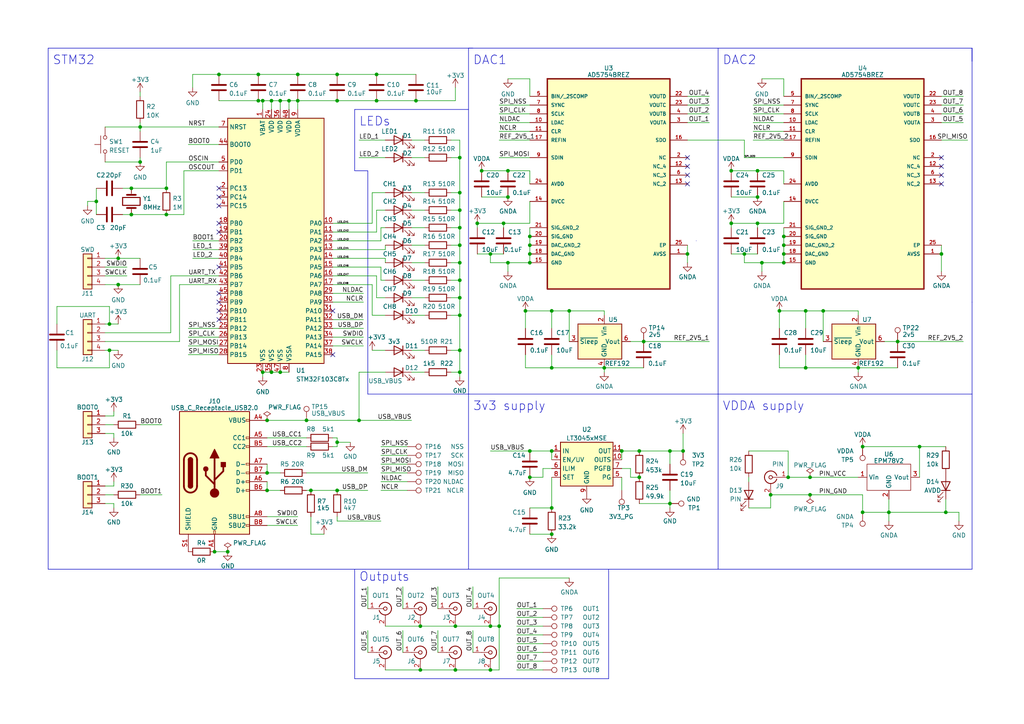
<source format=kicad_sch>
(kicad_sch (version 20230121) (generator eeschema)
  (paper "A4")
  (title_block (title "Photonic control curcuit") (date "2023-03-21") (rev "0.1"))
  (junction (at 274.32 148.59))
  (junction (at 38.1 62.23))
  (junction (at 250.19 148.59))
  (junction (at 133.35 66.04))
  (junction (at 133.35 60.96))
  (junction (at 153.67 130.81))
  (junction (at 78.74 107.95))
  (junction (at 104.14 121.92))
  (junction (at 160.02 147.32))
  (junction (at 133.35 55.88))
  (junction (at 77.47 142.24))
  (junction (at 120.65 29.21))
  (junction (at 77.47 121.92))
  (junction (at 38.1 54.61))
  (junction (at 185.42 130.81))
  (junction (at 227.33 73.66))
  (junction (at 160.02 130.81))
  (junction (at 27.94 58.42))
  (junction (at 165.1 90.17))
  (junction (at 48.26 54.61))
  (junction (at 248.92 106.68))
  (junction (at 76.2 107.95))
  (junction (at 133.35 107.95))
  (junction (at 219.71 64.77))
  (junction (at 147.32 76.2))
  (junction (at 153.67 76.2))
  (junction (at 74.93 29.21))
  (junction (at 81.28 29.21))
  (junction (at 121.92 194.31))
  (junction (at 66.04 160.02))
  (junction (at 153.67 68.58))
  (junction (at 48.26 62.23))
  (junction (at 144.78 181.61))
  (junction (at 273.05 73.66))
  (junction (at 238.76 90.17))
  (junction (at 160.02 154.94))
  (junction (at 139.7 49.53))
  (junction (at 121.92 181.61))
  (junction (at 142.24 194.31))
  (junction (at 194.31 130.81))
  (junction (at 34.29 74.93))
  (junction (at 233.68 106.68))
  (junction (at 132.08 194.31))
  (junction (at 219.71 49.53))
  (junction (at 257.81 148.59))
  (junction (at 160.02 106.68))
  (junction (at 223.52 143.51))
  (junction (at 77.47 137.16))
  (junction (at 227.33 71.12))
  (junction (at 78.74 29.21))
  (junction (at 233.68 90.17))
  (junction (at 97.79 142.24))
  (junction (at 220.98 76.2))
  (junction (at 250.19 129.54))
  (junction (at 266.7 129.54))
  (junction (at 234.95 143.51))
  (junction (at 40.64 46.99))
  (junction (at 227.33 68.58))
  (junction (at 160.02 90.17))
  (junction (at 90.17 142.24))
  (junction (at 62.23 160.02))
  (junction (at 194.31 146.05))
  (junction (at 109.22 21.59))
  (junction (at 219.71 57.15))
  (junction (at 175.26 106.68))
  (junction (at 146.05 64.77))
  (junction (at 153.67 71.12))
  (junction (at 133.35 101.6))
  (junction (at 88.9 121.92))
  (junction (at 147.32 49.53))
  (junction (at 74.93 21.59))
  (junction (at 83.82 29.21))
  (junction (at 185.42 138.43))
  (junction (at 31.75 93.98))
  (junction (at 81.28 107.95))
  (junction (at 133.35 76.2))
  (junction (at 97.79 29.21))
  (junction (at 132.08 181.61))
  (junction (at 63.5 21.59))
  (junction (at 152.4 90.17))
  (junction (at 34.29 82.55))
  (junction (at 234.95 138.43))
  (junction (at 142.24 73.66))
  (junction (at 86.36 21.59))
  (junction (at 133.35 71.12))
  (junction (at 153.67 138.43))
  (junction (at 97.79 128.27))
  (junction (at 215.9 73.66))
  (junction (at 133.35 81.28))
  (junction (at 109.22 29.21))
  (junction (at 153.67 73.66))
  (junction (at 186.69 99.06))
  (junction (at 142.24 181.61))
  (junction (at 76.2 29.21))
  (junction (at 212.09 49.53))
  (junction (at 199.39 73.66))
  (junction (at 97.79 21.59))
  (junction (at 40.64 36.83))
  (junction (at 31.75 101.6))
  (junction (at 138.43 64.77))
  (junction (at 260.35 99.06))
  (junction (at 228.6 138.43))
  (junction (at 180.34 130.81))
  (junction (at 133.35 91.44))
  (junction (at 86.36 29.21))
  (junction (at 212.09 64.77))
  (junction (at 198.12 130.81))
  (junction (at 133.35 45.72))
  (junction (at 133.35 86.36))
  (junction (at 227.33 76.2))
  (junction (at 147.32 57.15))
  (junction (at 226.06 90.17))
  (no_connect (at 63.5 64.77))
  (no_connect (at 63.5 59.69))
  (no_connect (at 63.5 77.47))
  (no_connect (at 273.05 48.26))
  (no_connect (at 63.5 90.17))
  (no_connect (at 199.39 45.72))
  (no_connect (at 63.5 54.61))
  (no_connect (at 63.5 57.15))
  (no_connect (at 96.52 90.17))
  (no_connect (at 273.05 53.34))
  (no_connect (at 63.5 67.31))
  (no_connect (at 199.39 53.34))
  (no_connect (at 63.5 92.71))
  (no_connect (at 273.05 45.72))
  (no_connect (at 273.05 50.8))
  (no_connect (at 63.5 85.09))
  (no_connect (at 96.52 102.87))
  (no_connect (at 63.5 87.63))
  (no_connect (at 199.39 50.8))
  (no_connect (at 199.39 48.26))
  (wire (pts (xy 97.79 29.21) (xy 109.22 29.21)))
  (wire (pts (xy 54.61 102.87) (xy 63.5 102.87)))
  (wire (pts (xy 96.52 72.39) (xy 111.76 72.39)))
  (wire (pts (xy 116.84 170.18) (xy 116.84 176.53)))
  (wire (pts (xy 142.24 73.66) (xy 146.05 73.66)))
  (wire (pts (xy 212.09 64.77) (xy 219.71 64.77)))
  (wire (pts (xy 30.48 77.47) (xy 36.83 77.47)))
  (wire (pts (xy 63.5 29.21) (xy 74.93 29.21)))
  (wire (pts (xy 78.74 31.75) (xy 78.74 29.21)))
  (wire (pts (xy 175.26 106.68) (xy 186.69 106.68)))
  (polyline (pts (xy 106.68 114.3) (xy 106.68 49.53)))
  (wire (pts (xy 185.42 146.05) (xy 194.31 146.05)))
  (wire (pts (xy 83.82 29.21) (xy 86.36 29.21)))
  (wire (pts (xy 194.31 147.32) (xy 194.31 146.05)))
  (wire (pts (xy 233.68 90.17) (xy 238.76 90.17)))
  (wire (pts (xy 233.68 106.68) (xy 226.06 106.68)))
  (wire (pts (xy 40.64 123.19) (xy 46.99 123.19)))
  (wire (pts (xy 257.81 148.59) (xy 257.81 144.78)))
  (wire (pts (xy 31.75 93.98) (xy 31.75 88.9)))
  (wire (pts (xy 109.22 21.59) (xy 120.65 21.59)))
  (wire (pts (xy 74.93 29.21) (xy 76.2 29.21)))
  (wire (pts (xy 152.4 90.17) (xy 160.02 90.17)))
  (wire (pts (xy 133.35 86.36) (xy 133.35 91.44)))
  (wire (pts (xy 116.84 182.88) (xy 116.84 189.23)))
  (wire (pts (xy 234.95 138.43) (xy 248.92 138.43)))
  (wire (pts (xy 110.49 66.04) (xy 111.76 66.04)))
  (wire (pts (xy 119.38 60.96) (xy 123.19 60.96)))
  (wire (pts (xy 223.52 143.51) (xy 223.52 147.32)))
  (wire (pts (xy 133.35 66.04) (xy 133.35 60.96)))
  (wire (pts (xy 132.08 181.61) (xy 142.24 181.61)))
  (wire (pts (xy 111.76 91.44) (xy 107.95 91.44)))
  (wire (pts (xy 199.39 30.48) (xy 205.74 30.48)))
  (wire (pts (xy 55.88 21.59) (xy 63.5 21.59)))
  (wire (pts (xy 260.35 99.06) (xy 279.4 99.06)))
  (wire (pts (xy 153.67 138.43) (xy 157.48 138.43)))
  (wire (pts (xy 219.71 49.53) (xy 212.09 49.53)))
  (wire (pts (xy 233.68 95.25) (xy 233.68 90.17)))
  (wire (pts (xy 35.56 54.61) (xy 38.1 54.61)))
  (polyline (pts (xy 135.89 13.97) (xy 135.89 165.1)))
  (wire (pts (xy 199.39 35.56) (xy 205.74 35.56)))
  (wire (pts (xy 273.05 35.56) (xy 279.4 35.56)))
  (wire (pts (xy 153.67 22.86) (xy 153.67 27.94)))
  (wire (pts (xy 234.95 143.51) (xy 250.19 143.51)))
  (wire (pts (xy 257.81 148.59) (xy 257.81 151.13)))
  (wire (pts (xy 97.79 128.27) (xy 97.79 127)))
  (wire (pts (xy 238.76 90.17) (xy 238.76 99.06)))
  (wire (pts (xy 119.38 81.28) (xy 123.19 81.28)))
  (wire (pts (xy 97.79 129.54) (xy 97.79 128.27)))
  (polyline (pts (xy 106.68 86.36) (xy 106.68 86.36)))
  (wire (pts (xy 110.49 77.47) (xy 110.49 81.28)))
  (wire (pts (xy 139.7 57.15) (xy 147.32 57.15)))
  (wire (pts (xy 78.74 107.95) (xy 81.28 107.95)))
  (wire (pts (xy 93.98 154.94) (xy 90.17 154.94)))
  (wire (pts (xy 160.02 90.17) (xy 165.1 90.17)))
  (wire (pts (xy 49.53 96.52) (xy 30.48 96.52)))
  (wire (pts (xy 109.22 29.21) (xy 120.65 29.21)))
  (wire (pts (xy 144.78 45.72) (xy 153.67 45.72)))
  (wire (pts (xy 107.95 82.55) (xy 96.52 82.55)))
  (wire (pts (xy 180.34 130.81) (xy 185.42 130.81)))
  (wire (pts (xy 130.81 71.12) (xy 133.35 71.12)))
  (wire (pts (xy 147.32 76.2) (xy 153.67 76.2)))
  (wire (pts (xy 180.34 135.89) (xy 182.88 135.89)))
  (wire (pts (xy 119.38 107.95) (xy 123.19 107.95)))
  (wire (pts (xy 219.71 64.77) (xy 227.33 64.77)))
  (wire (pts (xy 227.33 71.12) (xy 227.33 73.66)))
  (polyline (pts (xy 13.97 13.97) (xy 281.94 13.97)))
  (wire (pts (xy 147.32 22.86) (xy 153.67 22.86)))
  (wire (pts (xy 40.64 36.83) (xy 40.64 38.1)))
  (wire (pts (xy 130.81 81.28) (xy 133.35 81.28)))
  (wire (pts (xy 144.78 167.64) (xy 144.78 181.61)))
  (wire (pts (xy 133.35 40.64) (xy 133.35 45.72)))
  (wire (pts (xy 146.05 64.77) (xy 153.67 64.77)))
  (wire (pts (xy 111.76 181.61) (xy 121.92 181.61)))
  (wire (pts (xy 273.05 33.02) (xy 279.4 33.02)))
  (wire (pts (xy 185.42 130.81) (xy 194.31 130.81)))
  (wire (pts (xy 133.35 81.28) (xy 133.35 86.36)))
  (wire (pts (xy 97.79 142.24) (xy 106.68 142.24)))
  (wire (pts (xy 86.36 29.21) (xy 86.36 31.75)))
  (wire (pts (xy 119.38 45.72) (xy 123.19 45.72)))
  (wire (pts (xy 153.67 68.58) (xy 153.67 71.12)))
  (wire (pts (xy 97.79 151.13) (xy 110.49 151.13)))
  (wire (pts (xy 34.29 101.6) (xy 31.75 101.6)))
  (polyline (pts (xy 106.68 49.53) (xy 102.87 49.53)))
  (wire (pts (xy 142.24 194.31) (xy 144.78 194.31)))
  (wire (pts (xy 63.5 21.59) (xy 74.93 21.59)))
  (wire (pts (xy 33.02 125.73) (xy 30.48 125.73)))
  (wire (pts (xy 40.64 143.51) (xy 46.99 143.51)))
  (wire (pts (xy 130.81 66.04) (xy 133.35 66.04)))
  (wire (pts (xy 153.67 71.12) (xy 153.67 73.66)))
  (wire (pts (xy 49.53 80.01) (xy 63.5 80.01)))
  (wire (pts (xy 153.67 64.77) (xy 153.67 58.42)))
  (wire (pts (xy 40.64 82.55) (xy 34.29 82.55)))
  (wire (pts (xy 149.86 184.15) (xy 157.48 184.15)))
  (wire (pts (xy 96.52 100.33) (xy 105.41 100.33)))
  (polyline (pts (xy 106.68 114.3) (xy 135.89 114.3)))
  (wire (pts (xy 52.07 82.55) (xy 52.07 99.06)))
  (wire (pts (xy 33.02 140.97) (xy 33.02 139.7)))
  (wire (pts (xy 160.02 106.68) (xy 160.02 102.87)))
  (wire (pts (xy 219.71 64.77) (xy 219.71 66.04)))
  (wire (pts (xy 130.81 40.64) (xy 133.35 40.64)))
  (wire (pts (xy 38.1 54.61) (xy 48.26 54.61)))
  (wire (pts (xy 40.64 26.67) (xy 40.64 27.94)))
  (wire (pts (xy 55.88 72.39) (xy 63.5 72.39)))
  (wire (pts (xy 149.86 179.07) (xy 157.48 179.07)))
  (wire (pts (xy 104.14 45.72) (xy 111.76 45.72)))
  (wire (pts (xy 175.26 106.68) (xy 160.02 106.68)))
  (wire (pts (xy 110.49 69.85) (xy 110.49 66.04)))
  (wire (pts (xy 34.29 93.98) (xy 31.75 93.98)))
  (wire (pts (xy 160.02 95.25) (xy 160.02 90.17)))
  (wire (pts (xy 220.98 22.86) (xy 227.33 22.86)))
  (wire (pts (xy 104.14 107.95) (xy 111.76 107.95)))
  (wire (pts (xy 77.47 127) (xy 88.9 127)))
  (wire (pts (xy 96.52 97.79) (xy 105.41 97.79)))
  (wire (pts (xy 33.02 147.32) (xy 33.02 146.05)))
  (wire (pts (xy 139.7 49.53) (xy 147.32 49.53)))
  (wire (pts (xy 81.28 29.21) (xy 83.82 29.21)))
  (wire (pts (xy 227.33 49.53) (xy 219.71 49.53)))
  (wire (pts (xy 77.47 149.86) (xy 86.36 149.86)))
  (wire (pts (xy 121.92 194.31) (xy 132.08 194.31)))
  (polyline (pts (xy 281.94 87.63) (xy 281.94 165.1)))
  (polyline (pts (xy 102.87 196.85) (xy 102.87 165.1)))
  (wire (pts (xy 33.02 120.65) (xy 33.02 119.38)))
  (wire (pts (xy 152.4 106.68) (xy 152.4 102.87)))
  (wire (pts (xy 30.48 123.19) (xy 33.02 123.19)))
  (wire (pts (xy 199.39 27.94) (xy 205.74 27.94)))
  (wire (pts (xy 109.22 80.01) (xy 109.22 86.36)))
  (wire (pts (xy 53.34 49.53) (xy 63.5 49.53)))
  (wire (pts (xy 119.38 71.12) (xy 123.19 71.12)))
  (wire (pts (xy 180.34 138.43) (xy 180.34 142.24)))
  (wire (pts (xy 27.94 54.61) (xy 27.94 58.42)))
  (wire (pts (xy 194.31 142.24) (xy 194.31 146.05)))
  (wire (pts (xy 76.2 107.95) (xy 76.2 109.22)))
  (wire (pts (xy 119.38 101.6) (xy 123.19 101.6)))
  (wire (pts (xy 144.78 33.02) (xy 153.67 33.02)))
  (wire (pts (xy 186.69 99.06) (xy 205.74 99.06)))
  (wire (pts (xy 133.35 71.12) (xy 133.35 66.04)))
  (wire (pts (xy 130.81 60.96) (xy 133.35 60.96)))
  (wire (pts (xy 104.14 107.95) (xy 104.14 121.92)))
  (wire (pts (xy 119.38 86.36) (xy 123.19 86.36)))
  (wire (pts (xy 212.09 64.77) (xy 212.09 66.04)))
  (wire (pts (xy 96.52 92.71) (xy 105.41 92.71)))
  (polyline (pts (xy 176.53 165.1) (xy 176.53 196.85)))
  (wire (pts (xy 153.67 73.66) (xy 153.67 76.2)))
  (wire (pts (xy 53.34 62.23) (xy 53.34 49.53)))
  (wire (pts (xy 88.9 142.24) (xy 90.17 142.24)))
  (wire (pts (xy 130.81 86.36) (xy 133.35 86.36)))
  (wire (pts (xy 110.49 134.62) (xy 118.11 134.62)))
  (wire (pts (xy 146.05 64.77) (xy 146.05 66.04)))
  (wire (pts (xy 157.48 138.43) (xy 157.48 135.89)))
  (wire (pts (xy 228.6 138.43) (xy 234.95 138.43)))
  (wire (pts (xy 182.88 99.06) (xy 186.69 99.06)))
  (wire (pts (xy 55.88 74.93) (xy 63.5 74.93)))
  (wire (pts (xy 199.39 73.66) (xy 199.39 76.2)))
  (wire (pts (xy 96.52 74.93) (xy 111.76 74.93)))
  (wire (pts (xy 52.07 99.06) (xy 30.48 99.06)))
  (wire (pts (xy 182.88 135.89) (xy 182.88 138.43)))
  (wire (pts (xy 149.86 181.61) (xy 157.48 181.61)))
  (wire (pts (xy 54.61 97.79) (xy 63.5 97.79)))
  (wire (pts (xy 144.78 38.1) (xy 153.67 38.1)))
  (wire (pts (xy 182.88 138.43) (xy 185.42 138.43)))
  (wire (pts (xy 109.22 60.96) (xy 111.76 60.96)))
  (wire (pts (xy 107.95 55.88) (xy 111.76 55.88)))
  (wire (pts (xy 238.76 90.17) (xy 248.92 90.17)))
  (wire (pts (xy 52.07 82.55) (xy 63.5 82.55)))
  (wire (pts (xy 142.24 130.81) (xy 153.67 130.81)))
  (wire (pts (xy 35.56 62.23) (xy 38.1 62.23)))
  (wire (pts (xy 63.5 46.99) (xy 48.26 46.99)))
  (wire (pts (xy 40.64 36.83) (xy 40.64 35.56)))
  (wire (pts (xy 88.9 137.16) (xy 106.68 137.16)))
  (wire (pts (xy 96.52 129.54) (xy 97.79 129.54)))
  (wire (pts (xy 133.35 101.6) (xy 133.35 107.95)))
  (wire (pts (xy 27.94 58.42) (xy 27.94 62.23)))
  (wire (pts (xy 227.33 73.66) (xy 227.33 76.2)))
  (wire (pts (xy 132.08 29.21) (xy 132.08 25.4)))
  (wire (pts (xy 218.44 30.48) (xy 227.33 30.48)))
  (wire (pts (xy 97.79 21.59) (xy 109.22 21.59)))
  (wire (pts (xy 137.16 170.18) (xy 137.16 176.53)))
  (polyline (pts (xy 13.97 13.97) (xy 13.97 165.1)))
  (wire (pts (xy 228.6 138.43) (xy 228.6 130.81)))
  (wire (pts (xy 153.67 68.58) (xy 153.67 66.04)))
  (wire (pts (xy 215.9 45.72) (xy 215.9 40.64)))
  (wire (pts (xy 40.64 74.93) (xy 34.29 74.93)))
  (wire (pts (xy 130.81 45.72) (xy 133.35 45.72)))
  (wire (pts (xy 27.94 58.42) (xy 25.4 58.42)))
  (wire (pts (xy 257.81 148.59) (xy 274.32 148.59)))
  (wire (pts (xy 153.67 147.32) (xy 160.02 147.32)))
  (wire (pts (xy 97.79 151.13) (xy 97.79 149.86)))
  (wire (pts (xy 138.43 64.77) (xy 138.43 66.04)))
  (wire (pts (xy 77.47 121.92) (xy 88.9 121.92)))
  (wire (pts (xy 147.32 49.53) (xy 153.67 49.53)))
  (wire (pts (xy 165.1 90.17) (xy 175.26 90.17)))
  (wire (pts (xy 130.81 107.95) (xy 133.35 107.95)))
  (wire (pts (xy 127 182.88) (xy 127 189.23)))
  (wire (pts (xy 90.17 154.94) (xy 90.17 149.86)))
  (wire (pts (xy 121.92 181.61) (xy 132.08 181.61)))
  (wire (pts (xy 130.81 91.44) (xy 133.35 91.44)))
  (wire (pts (xy 226.06 90.17) (xy 233.68 90.17)))
  (wire (pts (xy 77.47 139.7) (xy 77.47 142.24)))
  (wire (pts (xy 48.26 46.99) (xy 48.26 54.61)))
  (wire (pts (xy 227.33 68.58) (xy 227.33 71.12)))
  (wire (pts (xy 153.67 154.94) (xy 160.02 154.94)))
  (polyline (pts (xy 102.87 31.75) (xy 135.89 31.75)))
  (wire (pts (xy 16.51 88.9) (xy 16.51 93.98)))
  (wire (pts (xy 96.52 95.25) (xy 105.41 95.25)))
  (wire (pts (xy 133.35 76.2) (xy 133.35 81.28)))
  (wire (pts (xy 96.52 67.31) (xy 109.22 67.31)))
  (wire (pts (xy 218.44 40.64) (xy 227.33 40.64)))
  (wire (pts (xy 248.92 90.17) (xy 248.92 91.44)))
  (wire (pts (xy 110.49 129.54) (xy 118.11 129.54)))
  (wire (pts (xy 55.88 25.4) (xy 55.88 21.59)))
  (wire (pts (xy 104.14 40.64) (xy 111.76 40.64)))
  (wire (pts (xy 30.48 143.51) (xy 33.02 143.51)))
  (wire (pts (xy 248.92 106.68) (xy 233.68 106.68)))
  (wire (pts (xy 110.49 81.28) (xy 111.76 81.28)))
  (wire (pts (xy 274.32 148.59) (xy 274.32 144.78)))
  (wire (pts (xy 111.76 74.93) (xy 111.76 76.2)))
  (wire (pts (xy 194.31 130.81) (xy 198.12 130.81)))
  (wire (pts (xy 49.53 80.01) (xy 49.53 96.52)))
  (wire (pts (xy 96.52 85.09) (xy 105.41 85.09)))
  (wire (pts (xy 153.67 130.81) (xy 160.02 130.81)))
  (wire (pts (xy 250.19 143.51) (xy 250.19 148.59)))
  (wire (pts (xy 110.49 142.24) (xy 118.11 142.24)))
  (wire (pts (xy 165.1 90.17) (xy 165.1 99.06)))
  (polyline (pts (xy 281.94 13.97) (xy 281.94 17.78)))
  (wire (pts (xy 30.48 36.83) (xy 40.64 36.83)))
  (wire (pts (xy 218.44 35.56) (xy 227.33 35.56)))
  (wire (pts (xy 217.17 139.7) (xy 217.17 138.43)))
  (wire (pts (xy 30.48 46.99) (xy 40.64 46.99)))
  (wire (pts (xy 142.24 73.66) (xy 142.24 76.2)))
  (wire (pts (xy 90.17 142.24) (xy 97.79 142.24)))
  (wire (pts (xy 106.68 182.88) (xy 106.68 189.23)))
  (wire (pts (xy 48.26 62.23) (xy 53.34 62.23)))
  (wire (pts (xy 212.09 57.15) (xy 219.71 57.15)))
  (wire (pts (xy 54.61 41.91) (xy 63.5 41.91)))
  (wire (pts (xy 133.35 91.44) (xy 133.35 101.6)))
  (wire (pts (xy 180.34 130.81) (xy 180.34 133.35)))
  (wire (pts (xy 86.36 21.59) (xy 97.79 21.59)))
  (wire (pts (xy 144.78 181.61) (xy 142.24 181.61)))
  (wire (pts (xy 233.68 106.68) (xy 233.68 102.87)))
  (wire (pts (xy 31.75 101.6) (xy 30.48 101.6)))
  (wire (pts (xy 215.9 73.66) (xy 219.71 73.66)))
  (wire (pts (xy 220.98 76.2) (xy 227.33 76.2)))
  (wire (pts (xy 198.12 125.73) (xy 198.12 130.81)))
  (wire (pts (xy 34.29 82.55) (xy 30.48 82.55)))
  (wire (pts (xy 30.48 120.65) (xy 33.02 120.65)))
  (wire (pts (xy 227.33 66.04) (xy 227.33 68.58)))
  (wire (pts (xy 223.52 143.51) (xy 234.95 143.51)))
  (wire (pts (xy 96.52 80.01) (xy 109.22 80.01)))
  (wire (pts (xy 40.64 45.72) (xy 40.64 46.99)))
  (wire (pts (xy 107.95 91.44) (xy 107.95 82.55)))
  (wire (pts (xy 149.86 176.53) (xy 157.48 176.53)))
  (wire (pts (xy 77.47 142.24) (xy 81.28 142.24)))
  (wire (pts (xy 217.17 147.32) (xy 223.52 147.32)))
  (wire (pts (xy 81.28 107.95) (xy 83.82 107.95)))
  (wire (pts (xy 40.64 36.83) (xy 63.5 36.83)))
  (wire (pts (xy 142.24 76.2) (xy 147.32 76.2)))
  (wire (pts (xy 76.2 107.95) (xy 78.74 107.95)))
  (wire (pts (xy 274.32 129.54) (xy 266.7 129.54)))
  (polyline (pts (xy 281.94 87.63) (xy 281.94 13.97)))
  (wire (pts (xy 83.82 29.21) (xy 83.82 31.75)))
  (wire (pts (xy 226.06 95.25) (xy 226.06 90.17)))
  (wire (pts (xy 138.43 64.77) (xy 146.05 64.77)))
  (wire (pts (xy 33.02 146.05) (xy 30.48 146.05)))
  (wire (pts (xy 54.61 95.25) (xy 63.5 95.25)))
  (wire (pts (xy 144.78 35.56) (xy 153.67 35.56)))
  (wire (pts (xy 212.09 73.66) (xy 215.9 73.66)))
  (wire (pts (xy 227.33 53.34) (xy 227.33 49.53)))
  (wire (pts (xy 119.38 91.44) (xy 123.19 91.44)))
  (wire (pts (xy 227.33 45.72) (xy 215.9 45.72)))
  (wire (pts (xy 250.19 148.59) (xy 257.81 148.59)))
  (wire (pts (xy 273.05 40.64) (xy 280.67 40.64)))
  (wire (pts (xy 273.05 30.48) (xy 279.4 30.48)))
  (wire (pts (xy 160.02 106.68) (xy 152.4 106.68)))
  (wire (pts (xy 38.1 62.23) (xy 48.26 62.23)))
  (wire (pts (xy 160.02 138.43) (xy 160.02 147.32)))
  (wire (pts (xy 31.75 88.9) (xy 16.51 88.9)))
  (wire (pts (xy 149.86 186.69) (xy 157.48 186.69)))
  (wire (pts (xy 144.78 167.64) (xy 165.1 167.64)))
  (wire (pts (xy 273.05 71.12) (xy 273.05 73.66)))
  (wire (pts (xy 157.48 135.89) (xy 160.02 135.89)))
  (wire (pts (xy 77.47 134.62) (xy 77.47 137.16)))
  (wire (pts (xy 133.35 109.22) (xy 133.35 107.95)))
  (wire (pts (xy 77.47 137.16) (xy 81.28 137.16)))
  (wire (pts (xy 160.02 130.81) (xy 160.02 133.35)))
  (wire (pts (xy 30.48 140.97) (xy 33.02 140.97)))
  (wire (pts (xy 194.31 134.62) (xy 194.31 130.81)))
  (wire (pts (xy 106.68 170.18) (xy 106.68 176.53)))
  (wire (pts (xy 147.32 76.2) (xy 147.32 78.74)))
  (wire (pts (xy 274.32 148.59) (xy 278.13 148.59)))
  (wire (pts (xy 110.49 137.16) (xy 118.11 137.16)))
  (wire (pts (xy 97.79 127) (xy 96.52 127)))
  (wire (pts (xy 119.38 40.64) (xy 123.19 40.64)))
  (wire (pts (xy 76.2 29.21) (xy 78.74 29.21)))
  (wire (pts (xy 133.35 45.72) (xy 133.35 55.88)))
  (wire (pts (xy 250.19 129.54) (xy 266.7 129.54)))
  (wire (pts (xy 74.93 21.59) (xy 86.36 21.59)))
  (wire (pts (xy 149.86 194.31) (xy 157.48 194.31)))
  (wire (pts (xy 218.44 33.02) (xy 227.33 33.02)))
  (wire (pts (xy 111.76 194.31) (xy 121.92 194.31)))
  (polyline (pts (xy 102.87 49.53) (xy 102.87 31.75)))
  (wire (pts (xy 77.47 152.4) (xy 86.36 152.4)))
  (wire (pts (xy 273.05 27.94) (xy 279.4 27.94)))
  (wire (pts (xy 137.16 182.88) (xy 137.16 189.23)))
  (wire (pts (xy 144.78 30.48) (xy 153.67 30.48)))
  (polyline (pts (xy 201.93 69.85) (xy 201.93 69.85)))
  (wire (pts (xy 199.39 71.12) (xy 199.39 73.66)))
  (wire (pts (xy 109.22 67.31) (xy 109.22 60.96)))
  (wire (pts (xy 149.86 189.23) (xy 157.48 189.23)))
  (wire (pts (xy 96.52 87.63) (xy 105.41 87.63)))
  (wire (pts (xy 130.81 101.6) (xy 133.35 101.6)))
  (wire (pts (xy 226.06 106.68) (xy 226.06 102.87)))
  (wire (pts (xy 62.23 160.02) (xy 66.04 160.02)))
  (wire (pts (xy 86.36 29.21) (xy 97.79 29.21)))
  (wire (pts (xy 55.88 69.85) (xy 63.5 69.85)))
  (wire (pts (xy 120.65 29.21) (xy 132.08 29.21)))
  (wire (pts (xy 220.98 76.2) (xy 220.98 78.74)))
  (wire (pts (xy 104.14 121.92) (xy 119.38 121.92)))
  (wire (pts (xy 97.79 128.27) (xy 101.6 128.27)))
  (wire (pts (xy 133.35 76.2) (xy 133.35 71.12)))
  (wire (pts (xy 144.78 40.64) (xy 153.67 40.64)))
  (wire (pts (xy 33.02 127) (xy 33.02 125.73)))
  (wire (pts (xy 227.33 22.86) (xy 227.33 27.94)))
  (wire (pts (xy 16.51 101.6) (xy 16.51 106.68)))
  (wire (pts (xy 109.22 86.36) (xy 111.76 86.36)))
  (wire (pts (xy 81.28 29.21) (xy 81.28 31.75)))
  (wire (pts (xy 110.49 132.08) (xy 118.11 132.08)))
  (wire (pts (xy 96.52 64.77) (xy 107.95 64.77)))
  (wire (pts (xy 119.38 55.88) (xy 123.19 55.88)))
  (wire (pts (xy 273.05 73.66) (xy 273.05 78.74)))
  (wire (pts (xy 199.39 40.64) (xy 215.9 40.64)))
  (wire (pts (xy 149.86 191.77) (xy 157.48 191.77)))
  (wire (pts (xy 132.08 194.31) (xy 142.24 194.31)))
  (wire (pts (xy 34.29 74.93) (xy 30.48 74.93)))
  (wire (pts (xy 199.39 33.02) (xy 205.74 33.02)))
  (wire (pts (xy 31.75 93.98) (xy 30.48 93.98)))
  (wire (pts (xy 54.61 100.33) (xy 63.5 100.33)))
  (wire (pts (xy 76.2 29.21) (xy 76.2 31.75)))
  (wire (pts (xy 107.95 101.6) (xy 111.76 101.6)))
  (polyline (pts (xy 176.53 196.85) (xy 102.87 196.85)))
  (wire (pts (xy 248.92 106.68) (xy 260.35 106.68)))
  (wire (pts (xy 227.33 64.77) (xy 227.33 58.42)))
  (wire (pts (xy 175.26 90.17) (xy 175.26 91.44)))
  (polyline (pts (xy 135.89 13.97) (xy 137.16 13.97)))
  (wire (pts (xy 77.47 129.54) (xy 88.9 129.54)))
  (wire (pts (xy 153.67 49.53) (xy 153.67 53.34)))
  (polyline (pts (xy 13.97 165.1) (xy 281.94 165.1)))
  (wire (pts (xy 30.48 80.01) (xy 36.83 80.01)))
  (wire (pts (xy 133.35 55.88) (xy 130.81 55.88)))
  (wire (pts (xy 111.76 72.39) (xy 111.76 71.12)))
  (wire (pts (xy 16.51 106.68) (xy 31.75 106.68)))
  (wire (pts (xy 25.4 58.42) (xy 25.4 59.69)))
  (wire (pts (xy 256.54 99.06) (xy 260.35 99.06)))
  (wire (pts (xy 119.38 66.04) (xy 123.19 66.04)))
  (wire (pts (xy 266.7 129.54) (xy 266.7 138.43)))
  (wire (pts (xy 107.95 64.77) (xy 107.95 55.88)))
  (wire (pts (xy 130.81 76.2) (xy 133.35 76.2)))
  (wire (pts (xy 88.9 121.92) (xy 104.14 121.92)))
  (wire (pts (xy 31.75 106.68) (xy 31.75 101.6)))
  (wire (pts (xy 78.74 29.21) (xy 81.28 29.21)))
  (wire (pts (xy 110.49 139.7) (xy 118.11 139.7)))
  (wire (pts (xy 96.52 69.85) (xy 110.49 69.85)))
  (wire (pts (xy 144.78 194.31) (xy 144.78 181.61)))
  (wire (pts (xy 278.13 148.59) (xy 278.13 151.13)))
  (wire (pts (xy 119.38 76.2) (xy 123.19 76.2)))
  (wire (pts (xy 142.24 73.66) (xy 138.43 73.66)))
  (wire (pts (xy 215.9 76.2) (xy 220.98 76.2)))
  (polyline (pts (xy 135.89 114.3) (xy 281.94 114.3)))
  (wire (pts (xy 133.35 60.96) (xy 133.35 55.88)))
  (wire (pts (xy 152.4 95.25) (xy 152.4 90.17)))
  (wire (pts (xy 127 170.18) (xy 127 176.53)))
  (wire (pts (xy 248.92 107.95) (xy 248.92 106.68)))
  (wire (pts (xy 218.44 38.1) (xy 227.33 38.1)))
  (wire (pts (xy 110.49 77.47) (xy 96.52 77.47)))
  (wire (pts (xy 215.9 73.66) (xy 215.9 76.2)))
  (wire (pts (xy 228.6 130.81) (xy 217.17 130.81)))
  (wire (pts (xy 175.26 107.95) (xy 175.26 106.68)))
  (polyline (pts (xy 208.28 13.97) (xy 208.28 165.1)))
  (text "DAC2" (at 209.55 19.05 0) (effects (font (size 2.54 2.54)) (justify left bottom)))
  (text "3v3 supply" (at 137.16 119.38 0) (effects (font (size 2.54 2.54)) (justify left bottom)))
  (text "Outputs" (at 104.14 168.91 0) (effects (font (size 2.54 2.54)) (justify left bottom)))
  (text "DAC1" (at 137.16 19.05 0) (effects (font (size 2.54 2.54)) (justify left bottom)))
  (text "VDDA supply" (at 209.55 119.38 0) (effects (font (size 2.54 2.54)) (justify left bottom)))
  (text "LEDs" (at 104.14 36.83 0) (effects (font (size 2.54 2.54)) (justify left bottom)))
  (text "STM32" (at 15.24 19.05 0) (effects (font (size 2.54 2.54)) (justify left bottom)))
  (label "USB_VBUS" (at 142.24 130.81 0))
  (label "UART_TX" (at 54.61 80.01 0))
  (label "BOOT0" (at 46.99 123.19 180))
  (label "USB_CC2" (at 87.63 129.54 180))
  (label "OUT_7" (at 149.86 191.77 0))
  (label "LED_CH5" (at 97.79 74.93 0) (effects (font (size 0.5 0.5))))
  (label "REF_2V5_1" (at 144.78 40.64 0))
  (label "SPI_CLK" (at 54.61 97.79 0))
  (label "OUT_5" (at 106.68 182.88 270))
  (label "SWDIO" (at 105.41 97.79 180))
  (label "OUT_3" (at 149.86 181.61 0))
  (label "SPI_MISO" (at 54.61 102.87 0))
  (label "SWCLK" (at 86.36 152.4 180))
  (label "SPI_MOSI" (at 54.61 100.33 0))
  (label "USB_VBUS" (at 119.38 121.92 180))
  (label "SPI_CLK" (at 218.44 33.02 0))
  (label "OUT_1" (at 149.86 176.53 0))
  (label "USB_DP" (at 105.41 95.25 180))
  (label "SPI_NSS" (at 110.49 129.54 0))
  (label "SPI_NSS" (at 218.44 30.48 0))
  (label "PIN_VCC" (at 237.49 138.43 0))
  (label "USB_DP" (at 106.68 142.24 180))
  (label "LED_1" (at 55.88 72.39 0))
  (label "USB_VBUS" (at 110.49 151.13 180))
  (label "LED_CH6" (at 97.79 77.47 0) (effects (font (size 0.5 0.5))))
  (label "OUT_1" (at 205.74 35.56 180))
  (label "OUT_4" (at 137.16 170.18 270))
  (label "LED_CH4" (at 97.79 72.39 0) (effects (font (size 0.5 0.5))))
  (label "LED_2" (at 55.88 74.93 0))
  (label "OUT_2" (at 149.86 179.07 0))
  (label "NCLR" (at 218.44 38.1 0))
  (label "SPI_MISO" (at 110.49 137.16 0))
  (label "OUT_8" (at 137.16 182.88 270))
  (label "OUT_6" (at 116.84 182.88 270))
  (label "OUT_8" (at 279.4 27.94 180))
  (label "OUT_3" (at 127 170.18 270))
  (label "SPI_MISO" (at 280.67 40.64 180))
  (label "REF_2V5_2" (at 279.4 99.06 180))
  (label "REF_2V5_1" (at 205.74 99.06 180))
  (label "OUT_5" (at 149.86 186.69 0))
  (label "BOOT0" (at 54.61 41.91 0))
  (label "UART_RX" (at 54.61 82.55 0))
  (label "SPI_MOSI" (at 144.78 45.72 0))
  (label "OSCOUT" (at 54.61 49.53 0))
  (label "OUT_7" (at 279.4 30.48 180))
  (label "SPI_CLK" (at 110.49 132.08 0))
  (label "NLDAC" (at 218.44 35.56 0))
  (label "OUT_8" (at 149.86 194.31 0))
  (label "USB_DM" (at 106.68 137.16 180))
  (label "SWDIO" (at 86.36 149.86 180))
  (label "SWCLK" (at 36.83 80.01 180))
  (label "LED_1" (at 104.14 40.64 0))
  (label "OUT_3" (at 205.74 30.48 180))
  (label "OSCIN" (at 54.61 46.99 0))
  (label "SPI_D2D" (at 215.9 45.72 0) (effects (font (size 0.5 0.5))))
  (label "USB_DM" (at 105.41 92.71 180))
  (label "LED_CH7" (at 97.79 80.01 0) (effects (font (size 0.5 0.5))))
  (label "USB_CC1" (at 87.63 127 180))
  (label "SPI_NSS" (at 54.61 95.25 0))
  (label "NCLR" (at 144.78 38.1 0))
  (label "OUT_2" (at 205.74 33.02 180))
  (label "OUT_4" (at 205.74 27.94 180))
  (label "OUT_7" (at 127 182.88 270))
  (label "OUT_1" (at 106.68 170.18 270))
  (label "OUT_5" (at 279.4 35.56 180))
  (label "NLDAC" (at 144.78 35.56 0))
  (label "LED_2" (at 104.14 45.72 0))
  (label "LED_CH1" (at 97.79 64.77 0) (effects (font (size 0.5 0.5))))
  (label "NLDAC" (at 105.41 85.09 180))
  (label "PIN_GND" (at 237.49 143.51 0))
  (label "SWDIO" (at 36.83 77.47 180))
  (label "BOOT1" (at 55.88 69.85 0))
  (label "REF_2V5_2" (at 218.44 40.64 0))
  (label "SPI_NSS" (at 144.78 30.48 0))
  (label "SWCLK" (at 105.41 100.33 180))
  (label "OUT_4" (at 149.86 184.15 0))
  (label "OUT_2" (at 116.84 170.18 270))
  (label "OUT_6" (at 149.86 189.23 0))
  (label "LED_CH3" (at 97.79 69.85 0) (effects (font (size 0.5 0.5))))
  (label "NLDAC" (at 110.49 139.7 0))
  (label "OUT_6" (at 279.4 33.02 180))
  (label "SPI_MOSI" (at 110.49 134.62 0))
  (label "LED_CH2" (at 97.79 67.31 0) (effects (font (size 0.5 0.5))))
  (label "LED_CH8" (at 97.7004 82.55 0) (effects (font (size 0.5 0.5))))
  (label "SPI_CLK" (at 144.78 33.02 0))
  (label "NCLR" (at 105.41 87.63 180))
  (label "NCLR" (at 110.49 142.24 0))
  (label "NRST" (at 54.61 36.83 0))
  (label "BOOT1" (at 46.99 143.51 180))
  (symbol (lib_id "Device:C") (at 219.71 69.85 0) (unit 1)
    (property "Reference" "C23" (at 220.98 67.31 0) (effects (justify left)))
    (property "Value" "0.1uF" (at 220.98 72.39 0) (effects (justify left)))
    (property "Footprint" "Capacitor_SMD:C_0603_1608Metric" (effects hide))
  )
  (symbol (lib_id "Device:C") (at 212.09 69.85 0) (unit 1)
    (property "Reference" "C21" (at 213.36 67.31 0) (effects (justify left)))
    (property "Value" "10uF" (at 213.36 72.39 0) (effects (justify left)))
    (property "Footprint" "Capacitor_SMD:C_1206_3216Metric" (effects hide))
  )
  (symbol (lib_id "Connector:TestPoint") (at 157.48 184.15 270) (mirror x) (unit 1)
    (property "Reference" "TP9" (at 162.56 184.15 90) (effects (justify left)))
    (property "Value" "OUT4" (at 173.99 184.15 90) (effects (justify right)))
    (property "Footprint" "TestPoint:TestPoint_Keystone_5010-5014_Multipurpose" (effects hide))
  )
  (symbol (lib_id "power:GND") (at 25.4 59.69 0) (unit 1)
    (property "Reference" "#PWR01" (effects hide))
    (property "Value" "GND" (at 25.4 64.1334 0))
  )
  (symbol (lib_id "power:VDDA") (at 250.19 129.54 0) (unit 1)
    (property "Reference" "#PWR043" (effects hide))
    (property "Value" "VDDA" (at 250.19 126.0381 0))
  )
  (symbol (lib_id "power:VDDA") (at 139.7 49.53 0) (unit 1)
    (property "Reference" "#PWR035" (effects hide))
    (property "Value" "VDDA" (at 139.7 46.0281 0))
  )
  (symbol (lib_id "power:+3V3") (at 138.43 64.77 0) (unit 1)
    (property "Reference" "#PWR017" (effects hide))
    (property "Value" "+3V3" (at 138.43 61.1942 0))
  )
  (symbol (lib_id "power:+3V3") (at 33.02 119.38 0) (unit 1)
    (property "Reference" "#PWR02" (effects hide))
    (property "Value" "+3V3" (at 33.02 115.8781 0))
  )
  (symbol (lib_id "Device:LED") (at 115.57 71.12 0) (mirror y) (unit 1)
    (property "Reference" "D6" (at 118.11 69.85 0))
    (property "Value" "CH4" (at 113.03 68.58 0))
    (property "Footprint" "LED_SMD:LED_0805_2012Metric" (effects hide))
  )
  (symbol (lib_id "Connector:Conn_Coaxial") (at 142.24 176.53 0) (unit 1)
    (property "Reference" "J4" (at 138.43 179.07 0) (effects (justify left)))
    (property "Value" "OUT4" (at 138.43 172.72 0) (effects (justify left)))
    (property "Footprint" "CONBNC002:CONBNC002" (effects hide))
    (property "Datasheet" " ~" (effects hide))
  )
  (symbol (lib_id "Device:R") (at 127 76.2 90) (unit 1)
    (property "Reference" "R17" (at 124.46 73.66 90))
    (property "Value" "510R" (at 129.54 73.66 90))
    (property "Footprint" "Resistor_SMD:R_0603_1608Metric" (effects hide))
  )
  (symbol (lib_id "Connector:TestPoint") (at 250.19 148.59 0) (mirror x) (unit 1)
    (property "Reference" "TP4" (at 247.65 152.4 0) (effects (justify right)))
    (property "Value" "GNDA" (at 247.65 149.86 0) (effects (justify right)))
    (property "Footprint" "TestPoint:TestPoint_Keystone_5010-5014_Multipurpose" (effects hide))
  )
  (symbol (lib_id "Device:C") (at 186.69 102.87 0) (unit 1)
    (property "Reference" "C18" (at 187.96 100.33 0) (effects (justify left)))
    (property "Value" "0.1uF" (at 187.96 105.41 0) (effects (justify left)))
    (property "Footprint" "Capacitor_SMD:C_0603_1608Metric" (effects hide))
  )
  (symbol (lib_id "power:GND") (at 194.31 147.32 0) (unit 1)
    (property "Reference" "#PWR024" (effects hide))
    (property "Value" "GND" (at 194.31 151.13 0))
  )
  (symbol (lib_id "Device:LED") (at 115.57 45.72 0) (mirror y) (unit 1)
    (property "Reference" "D2" (at 118.11 44.45 0))
    (property "Value" "LED2" (at 113.03 43.18 0))
    (property "Footprint" "LED_SMD:LED_0805_2012Metric" (effects hide))
  )
  (symbol (lib_id "Device:R") (at 90.17 146.05 0) (unit 1)
    (property "Reference" "R7" (at 91.948 145.4063 0) (effects (justify left)))
    (property "Value" "1k5" (at 91.948 147.3273 0) (effects (justify left)))
    (property "Footprint" "Resistor_SMD:R_0603_1608Metric" (effects hide))
  )
  (symbol (lib_id "power:+3V3") (at 34.29 74.93 0) (mirror y) (unit 1)
    (property "Reference" "#PWR04" (effects hide))
    (property "Value" "+3V3" (at 34.29 71.3542 0))
  )
  (symbol (lib_id "Connector:TestPoint") (at 250.19 129.54 0) (mirror x) (unit 1)
    (property "Reference" "TP5" (at 247.65 133.35 0) (effects (justify right)))
    (property "Value" "VDDA" (at 247.65 130.81 0) (effects (justify right)))
    (property "Footprint" "TestPoint:TestPoint_Keystone_5010-5014_Multipurpose" (effects hide))
  )
  (symbol (lib_id "Connector:TestPoint") (at 157.48 176.53 270) (mirror x) (unit 1)
    (property "Reference" "TP6" (at 162.56 176.53 90) (effects (justify left)))
    (property "Value" "OUT1" (at 173.99 176.53 90) (effects (justify right)))
    (property "Footprint" "TestPoint:TestPoint_Keystone_5010-5014_Multipurpose" (effects hide))
  )
  (symbol (lib_id "power:PWR_FLAG") (at 234.95 143.51 180) (unit 1)
    (property "Reference" "#FLG05" (effects hide))
    (property "Value" "PWR_FLAG" (at 234.95 147.6455 0))
  )
  (symbol (lib_id "Device:R") (at 127 101.6 270) (mirror x) (unit 1)
    (property "Reference" "R21" (at 129.54 99.06 90))
    (property "Value" "510R" (at 124.46 99.06 90))
    (property "Footprint" "Resistor_SMD:R_0603_1608Metric" (effects hide))
  )
  (symbol (lib_id "power:VDDA") (at 152.4 90.17 0) (unit 1)
    (property "Reference" "#PWR045" (effects hide))
    (property "Value" "VDDA" (at 152.4 86.6681 0))
  )
  (symbol (lib_id "Device:R") (at 58.42 160.02 90) (unit 1)
    (property "Reference" "R4" (at 58.42 157.48 90))
    (property "Value" "0R" (at 58.42 162.56 90))
    (property "Footprint" "Resistor_SMD:R_0603_1608Metric" (effects hide))
  )
  (symbol (lib_id "Device:LED") (at 115.57 66.04 0) (mirror y) (unit 1)
    (property "Reference" "D5" (at 118.11 64.77 0))
    (property "Value" "CH3" (at 113.03 63.5 0))
    (property "Footprint" "LED_SMD:LED_0805_2012Metric" (effects hide))
  )
  (symbol (lib_id "power:GND") (at 40.64 46.99 0) (unit 1)
    (property "Reference" "#PWR09" (effects hide))
    (property "Value" "GND" (at 40.64 51.4334 0))
  )
  (symbol (lib_id "Device:R") (at 85.09 137.16 90) (unit 1)
    (property "Reference" "R5" (at 82.55 134.62 90))
    (property "Value" "20R" (at 86.36 134.62 90))
    (property "Footprint" "Resistor_SMD:R_0603_1608Metric" (effects hide))
  )
  (symbol (lib_id "Device:R") (at 127 40.64 90) (unit 1)
    (property "Reference" "R11" (at 124.46 38.1 90))
    (property "Value" "510R" (at 129.54 38.1 90))
    (property "Footprint" "Resistor_SMD:R_0603_1608Metric" (effects hide))
  )
  (symbol (lib_id "Device:R") (at 127 86.36 90) (unit 1)
    (property "Reference" "R19" (at 124.46 83.82 90))
    (property "Value" "510R" (at 129.54 83.82 90))
    (property "Footprint" "Resistor_SMD:R_0603_1608Metric" (effects hide))
  )
  (symbol (lib_id "Device:R") (at 85.09 142.24 90) (unit 1)
    (property "Reference" "R6" (at 82.55 139.7 90))
    (property "Value" "20R" (at 86.36 139.7 90))
    (property "Footprint" "Resistor_SMD:R_0603_1608Metric" (effects hide))
  )
  (symbol (lib_id "Connector:TestPoint") (at 118.11 134.62 270) (mirror x) (unit 1)
    (property "Reference" "TP18" (at 123.19 134.62 90) (effects (justify left)))
    (property "Value" "MOSI" (at 134.62 134.62 90) (effects (justify right)))
    (property "Footprint" "TestPoint:TestPoint_Keystone_5010-5014_Multipurpose" (effects hide))
  )
  (symbol (lib_id "Connector:TestPoint") (at 118.11 129.54 270) (mirror x) (unit 1)
    (property "Reference" "TP16" (at 123.19 129.54 90) (effects (justify left)))
    (property "Value" "NSS" (at 134.62 129.54 90) (effects (justify right)))
    (property "Footprint" "TestPoint:TestPoint_Keystone_5010-5014_Multipurpose" (effects hide))
  )
  (symbol (lib_id "power:GNDA") (at 199.39 76.2 0) (unit 1)
    (property "Reference" "#PWR038" (effects hide))
    (property "Value" "GNDA" (at 199.39 80.3355 0))
  )
  (symbol (lib_id "power:GND") (at 66.04 160.02 0) (unit 1)
    (property "Reference" "#PWR011" (effects hide))
    (property "Value" "GND" (at 66.04 164.1555 0))
  )
  (symbol (lib_id "Device:LED") (at 115.57 107.95 0) (mirror y) (unit 1)
    (property "Reference" "D12" (at 119.38 106.68 0))
    (property "Value" "USB_VBUS" (at 111.76 110.49 0))
    (property "Footprint" "LED_SMD:LED_0805_2012Metric" (effects hide))
  )
  (symbol (lib_id "power:GND") (at 147.32 22.86 0) (unit 1)
    (property "Reference" "#PWR018" (effects hide))
    (property "Value" "GND" (at 147.32 27.3034 0))
  )
  (symbol (lib_id "Device:C") (at 31.75 54.61 270) (unit 1)
    (property "Reference" "C2" (at 29.21 50.8 90))
    (property "Value" "20pF" (at 33.02 50.8 90))
    (property "Footprint" "Capacitor_SMD:C_0603_1608Metric" (effects hide))
  )
  (symbol (lib_id "Connector:Conn_Coaxial") (at 111.76 176.53 0) (unit 1)
    (property "Reference" "J1" (at 107.95 179.07 0) (effects (justify left)))
    (property "Value" "OUT1" (at 107.95 172.72 0) (effects (justify left)))
    (property "Footprint" "CONBNC002:CONBNC002" (effects hide))
    (property "Datasheet" " ~" (effects hide))
  )
  (symbol (lib_id "Connector:TestPoint") (at 118.11 142.24 270) (mirror x) (unit 1)
    (property "Reference" "TP21" (at 123.19 142.24 90) (effects (justify left)))
    (property "Value" "NCLR" (at 134.62 142.24 90) (effects (justify right)))
    (property "Footprint" "TestPoint:TestPoint_Keystone_5010-5014_Multipurpose" (effects hide))
  )
  (symbol (lib_id "power:GND") (at 55.88 25.4 0) (unit 1)
    (property "Reference" "#PWR010" (effects hide))
    (property "Value" "GND" (at 55.88 29.8434 0))
  )
  (symbol (lib_id "power:GNDA") (at 175.26 107.95 0) (unit 1)
    (property "Reference" "#PWR023" (effects hide))
    (property "Value" "GNDA" (at 175.26 112.0855 0))
  )
  (symbol (lib_id "Connector:TestPoint") (at 157.48 186.69 270) (mirror x) (unit 1)
    (property "Reference" "TP10" (at 162.56 186.69 90) (effects (justify left)))
    (property "Value" "OUT5" (at 173.99 186.69 90) (effects (justify right)))
    (property "Footprint" "TestPoint:TestPoint_Keystone_5010-5014_Multipurpose" (effects hide))
  )
  (symbol (lib_id "Connector:TestPoint") (at 118.11 132.08 270) (mirror x) (unit 1)
    (property "Reference" "TP17" (at 123.19 132.08 90) (effects (justify left)))
    (property "Value" "SCK" (at 134.62 132.08 90) (effects (justify right)))
    (property "Footprint" "TestPoint:TestPoint_Keystone_5010-5014_Multipurpose" (effects hide))
  )
  (symbol (lib_id "Device:LED") (at 115.57 76.2 0) (mirror y) (unit 1)
    (property "Reference" "D7" (at 118.11 74.93 0))
    (property "Value" "CH5" (at 113.03 73.66 0))
    (property "Footprint" "LED_SMD:LED_0805_2012Metric" (effects hide))
  )
  (symbol (lib_id "power:+3V3") (at 33.02 139.7 0) (unit 1)
    (property "Reference" "#PWR030" (effects hide))
    (property "Value" "+3V3" (at 33.02 136.1981 0))
  )
  (symbol (lib_id "power:+3V3") (at 132.08 25.4 0) (unit 1)
    (property "Reference" "#PWR032" (effects hide))
    (property "Value" "+3V3" (at 132.08 21.8981 0))
  )
  (symbol (lib_id "Device:C") (at 153.67 151.13 0) (unit 1)
    (property "Reference" "C15" (at 148.59 148.59 0) (effects (justify left)))
    (property "Value" "4.7uF" (at 147.32 153.67 0) (effects (justify left)))
    (property "Footprint" "Capacitor_SMD:C_1206_3216Metric" (effects hide))
  )
  (symbol (lib_id "Connector_Generic:Conn_01x03") (at 25.4 123.19 0) (mirror y) (unit 1)
    (property "Reference" "J13" (at 25.4 128.27 0))
    (property "Value" "BOOT0" (at 25.4 118.11 0))
    (property "Footprint" "Connector_PinHeader_2.54mm:PinHeader_1x03_P2.54mm_Vertical" (effects hide))
  )
  (symbol (lib_id "Connector:TestPoint") (at 118.11 139.7 270) (mirror x) (unit 1)
    (property "Reference" "TP20" (at 123.19 139.7 90) (effects (justify left)))
    (property "Value" "NLDAC" (at 134.62 139.7 90) (effects (justify right)))
    (property "Footprint" "TestPoint:TestPoint_Keystone_5010-5014_Multipurpose" (effects hide))
  )
  (symbol (lib_id "power:+3V3") (at 40.64 26.67 0) (unit 1)
    (property "Reference" "#PWR08" (effects hide))
    (property "Value" "+3V3" (at 40.64 23.0942 0))
  )
  (symbol (lib_id "Reference_Voltage:REF192") (at 175.26 99.06 0) (unit 1)
    (property "Reference" "U5" (at 177.8 92.71 0))
    (property "Value" "REF192" (at 179.07 105.41 0))
    (property "Footprint" "Package_SO:SOIC-8_3.9x4.9mm_P1.27mm" (effects hide))
    (property "Datasheet" "https://www.analog.com/static/imported-files/data_sheets/REF19xSeries.pdf" (effects hide))
  )
  (symbol (lib_id "Connector:TestPoint") (at 118.11 137.16 270) (mirror x) (unit 1)
    (property "Reference" "TP19" (at 123.19 137.16 90) (effects (justify left)))
    (property "Value" "MISO" (at 134.62 137.16 90) (effects (justify right)))
    (property "Footprint" "TestPoint:TestPoint_Keystone_5010-5014_Multipurpose" (effects hide))
  )
  (symbol (lib_id "Device:R") (at 36.83 143.51 90) (unit 1)
    (property "Reference" "R30" (at 36.83 140.97 90))
    (property "Value" "10k" (at 36.83 146.05 90))
    (property "Footprint" "Resistor_SMD:R_0603_1608Metric" (effects hide))
  )
  (symbol (lib_id "Device:R") (at 97.79 146.05 0) (unit 1)
    (property "Reference" "R10" (at 99.568 145.4063 0) (effects (justify left)))
    (property "Value" "4k7" (at 99.568 147.3273 0) (effects (justify left)))
    (property "Footprint" "Resistor_SMD:R_0603_1608Metric" (effects hide))
  )
  (symbol (lib_id "Connector_Generic:Conn_01x04") (at 25.4 77.47 0) (mirror y) (unit 1)
    (property "Reference" "J11" (at 25.4 85.09 0))
    (property "Value" "SWD" (at 25.4 72.39 0))
    (property "Footprint" "Connector_PinHeader_2.54mm:PinHeader_1x04_P2.54mm_Vertical" (effects hide))
  )
  (symbol (lib_id "Device:C") (at 97.79 25.4 0) (unit 1)
    (property "Reference" "C9" (at 100.711 24.5653 0) (effects (justify left)))
    (property "Value" "0.1uF" (at 100.711 27.1022 0) (effects (justify left)))
    (property "Footprint" "Capacitor_SMD:C_0603_1608Metric" (effects hide))
  )
  (symbol (lib_id "Device:C") (at 63.5 25.4 0) (unit 1)
    (property "Reference" "C6" (at 66.421 24.5653 0) (effects (justify left)))
    (property "Value" "0.1uF" (at 66.421 27.1022 0) (effects (justify left)))
    (property "Footprint" "Capacitor_SMD:C_0603_1608Metric" (effects hide))
  )
  (symbol (lib_id "Device:C") (at 16.51 97.79 0) (mirror y) (unit 1)
    (property "Reference" "C1" (at 21.59 96.52 0) (effects (justify left)))
    (property "Value" "0.1uF" (at 22.86 100.33 0) (effects (justify left)))
    (property "Footprint" "Capacitor_SMD:C_0603_1608Metric" (effects hide))
  )
  (symbol (lib_id "Device:R") (at 127 81.28 90) (unit 1)
    (property "Reference" "R18" (at 124.46 78.74 90))
    (property "Value" "510R" (at 129.54 78.74 90))
    (property "Footprint" "Resistor_SMD:R_0603_1608Metric" (effects hide))
  )
  (symbol (lib_id "Device:R") (at 185.42 134.62 0) (unit 1)
    (property "Reference" "R24" (at 187.198 133.7853 0) (effects (justify left)))
    (property "Value" "453k" (at 187.198 136.3222 0) (effects (justify left)))
    (property "Footprint" "Resistor_SMD:R_0805_2012Metric" (effects hide))
  )
  (symbol (lib_id "Device:C") (at 212.09 53.34 0) (unit 1)
    (property "Reference" "C24" (at 213.36 50.8 0) (effects (justify left)))
    (property "Value" "10uF" (at 213.36 55.88 0) (effects (justify left)))
    (property "Footprint" "Capacitor_SMD:C_1206_3216Metric" (effects hide))
  )
  (symbol (lib_id "Connector_Generic:Conn_01x03") (at 25.4 143.51 0) (mirror y) (unit 1)
    (property "Reference" "J14" (at 25.4 148.59 0))
    (property "Value" "BOOT1" (at 25.4 138.43 0))
    (property "Footprint" "Connector_PinHeader_2.54mm:PinHeader_1x03_P2.54mm_Vertical" (effects hide))
  )
  (symbol (lib_id "Connector:Conn_Coaxial") (at 223.52 138.43 0) (mirror y) (unit 1)
    (property "Reference" "J9" (at 227.33 140.97 0) (effects (justify left)))
    (property "Value" "PIN" (at 227.33 134.62 0) (effects (justify left)))
    (property "Footprint" "CONBNC002:CONBNC002" (effects hide))
    (property "Datasheet" " ~" (effects hide))
  )
  (symbol (lib_id "Device:R") (at 185.42 142.24 0) (unit 1)
    (property "Reference" "R25" (at 187.198 141.4053 0) (effects (justify left)))
    (property "Value" "49.9k" (at 187.198 143.9422 0) (effects (justify left)))
    (property "Footprint" "Resistor_SMD:R_0603_1608Metric" (effects hide))
  )
  (symbol (lib_id "Connector:Conn_Coaxial") (at 142.24 189.23 0) (unit 1)
    (property "Reference" "J8" (at 138.43 191.77 0) (effects (justify left)))
    (property "Value" "OUT8" (at 138.43 185.42 0) (effects (justify left)))
    (property "Footprint" "CONBNC002:CONBNC002" (effects hide))
    (property "Datasheet" " ~" (effects hide))
  )
  (symbol (lib_id "power:GNDA") (at 257.81 151.13 0) (unit 1)
    (property "Reference" "#PWR029" (effects hide))
    (property "Value" "GNDA" (at 257.81 155.2655 0))
  )
  (symbol (lib_id "Device:R") (at 127 71.12 90) (unit 1)
    (property "Reference" "R16" (at 124.46 68.58 90))
    (property "Value" "510R" (at 129.54 68.58 90))
    (property "Footprint" "Resistor_SMD:R_0603_1608Metric" (effects hide))
  )
  (symbol (lib_id "Device:C") (at 74.93 25.4 0) (unit 1)
    (property "Reference" "C7" (at 77.851 24.5653 0) (effects (justify left)))
    (property "Value" "0.1uF" (at 77.851 27.1022 0) (effects (justify left)))
    (property "Footprint" "Capacitor_SMD:C_0603_1608Metric" (effects hide))
  )
  (symbol (lib_id "Device:R") (at 40.64 31.75 0) (unit 1)
    (property "Reference" "R2" (at 42.418 30.9153 0) (effects (justify left)))
    (property "Value" "10K" (at 42.418 33.4522 0) (effects (justify left)))
    (property "Footprint" "Resistor_SMD:R_0603_1608Metric" (effects hide))
  )
  (symbol (lib_id "power:+3V3") (at 93.98 154.94 0) (unit 1)
    (property "Reference" "#PWR013" (effects hide))
    (property "Value" "+3V3" (at 93.98 151.4381 0))
  )
  (symbol (lib_id "Device:C") (at 40.64 78.74 0) (mirror y) (unit 1)
    (property "Reference" "C5" (at 45.72 77.47 0) (effects (justify left)))
    (property "Value" "0.1uF" (at 46.99 81.28 0) (effects (justify left)))
    (property "Footprint" "Capacitor_SMD:C_0603_1608Metric" (effects hide))
  )
  (symbol (lib_id "power:GND") (at 33.02 147.32 0) (unit 1)
    (property "Reference" "#PWR031" (effects hide))
    (property "Value" "GND" (at 33.02 151.4555 0))
  )
  (symbol (lib_id "Device:R") (at 36.83 123.19 90) (unit 1)
    (property "Reference" "R1" (at 36.83 120.65 90))
    (property "Value" "10k" (at 36.83 125.73 90))
    (property "Footprint" "Resistor_SMD:R_0603_1608Metric" (effects hide))
  )
  (symbol (lib_id "Device:R") (at 127 60.96 90) (unit 1)
    (property "Reference" "R14" (at 124.46 58.42 90))
    (property "Value" "510R" (at 129.54 58.42 90))
    (property "Footprint" "Resistor_SMD:R_0603_1608Metric" (effects hide))
  )
  (symbol (lib_id "Device:C") (at 152.4 99.06 0) (unit 1)
    (property "Reference" "C16" (at 153.67 96.52 0) (effects (justify left)))
    (property "Value" "0.1uF" (at 153.67 101.6 0) (effects (justify left)))
    (property "Footprint" "Capacitor_SMD:C_0603_1608Metric" (effects hide))
  )
  (symbol (lib_id "power:+3V3") (at 107.95 101.6 0) (unit 1)
    (property "Reference" "#PWR016" (effects hide))
    (property "Value" "+3V3" (at 109.22 97.79 0))
  )
  (symbol (lib_id "Device:LED") (at 115.57 81.28 0) (mirror y) (unit 1)
    (property "Reference" "D8" (at 118.11 80.01 0))
    (property "Value" "CH6" (at 113.03 78.74 0))
    (property "Footprint" "LED_SMD:LED_0805_2012Metric" (effects hide))
  )
  (symbol (lib_id "power:GND") (at 34.29 101.6 0) (mirror y) (unit 1)
    (property "Reference" "#PWR07" (effects hide))
    (property "Value" "GND" (at 34.29 106.0434 0))
  )
  (symbol (lib_id "power:GND") (at 220.98 22.86 0) (unit 1)
    (property "Reference" "#PWR027" (effects hide))
    (property "Value" "GND" (at 220.98 27.3034 0))
  )
  (symbol (lib_id "power:VDDA") (at 226.06 90.17 0) (unit 1)
    (property "Reference" "#PWR046" (effects hide))
    (property "Value" "VDDA" (at 226.06 86.6681 0))
  )
  (symbol (lib_id "Device:C") (at 260.35 102.87 0) (unit 1)
    (property "Reference" "C30" (at 261.62 100.33 0) (effects (justify left)))
    (property "Value" "0.1uF" (at 261.62 105.41 0) (effects (justify left)))
    (property "Footprint" "Capacitor_SMD:C_0603_1608Metric" (effects hide))
  )
  (symbol (lib_id "Device:R") (at 92.71 129.54 270) (unit 1)
    (property "Reference" "R9" (at 90.17 132.08 90))
    (property "Value" "5k1" (at 95.25 132.08 90))
    (property "Footprint" "Resistor_SMD:R_0603_1608Metric" (effects hide))
  )
  (symbol (lib_id "Connector:TestPoint") (at 157.48 189.23 270) (mirror x) (unit 1)
    (property "Reference" "TP11" (at 162.56 189.23 90) (effects (justify left)))
    (property "Value" "OUT6" (at 173.99 189.23 90) (effects (justify right)))
    (property "Footprint" "TestPoint:TestPoint_Keystone_5010-5014_Multipurpose" (effects hide))
  )
  (symbol (lib_id "Device:R") (at 127 66.04 90) (unit 1)
    (property "Reference" "R15" (at 124.46 63.5 90))
    (property "Value" "510R" (at 129.54 63.5 90))
    (property "Footprint" "Resistor_SMD:R_0603_1608Metric" (effects hide))
  )
  (symbol (lib_id "Switch:SW_Push") (at 30.48 41.91 90) (unit 1)
    (property "Reference" "SW1" (at 31.623 41.0753 90) (effects (justify right)))
    (property "Value" "RESET" (at 31.623 43.6122 90) (effects (justify right)))
    (property "Footprint" "TS04-66:SW_TS04-66-95-BK-100-SMT" (effects hide))
  )
  (symbol (lib_id "Device:R") (at 127 45.72 90) (unit 1)
    (property "Reference" "R12" (at 124.46 43.18 90))
    (property "Value" "510R" (at 129.54 43.18 90))
    (property "Footprint" "Resistor_SMD:R_0603_1608Metric" (effects hide))
  )
  (symbol (lib_id "AD5754BREZ:AD5754BREZ") (at 250.19 50.8 0) (unit 1)
    (property "Reference" "U4" (at 250.19 19.7739 0))
    (property "Value" "AD5754BREZ" (at 250.19 21.6949 0))
    (property "Footprint" "AD5754BREZ:SOP65P640X120-25N" (effects hide))
    (property "OC_NEWARK" "07P8940" (effects hide))
    (property "OC_FARNELL" "1776675" (effects hide))
    (property "MPN" "AD5754BREZ" (effects hide))
    (property "SUPPLIER" "Analog Devices" (effects hide))
    (property "PACKAGE" "24-Lead TSSOP_EP" (effects hide))
  )
  (symbol (lib_id "power:GND") (at 101.6 128.27 0) (unit 1)
    (property "Reference" "#PWR014" (effects hide))
    (property "Value" "GND" (at 101.6 132.4055 0))
  )
  (symbol (lib_id "Device:Crystal") (at 38.1 58.42 270) (unit 1)
    (property "Reference" "Y1" (at 41.4274 57.5853 90) (effects (justify left)))
    (property "Value" "8MHz" (at 41.4274 60.1222 90) (effects (justify left)))
    (property "Footprint" "Crystal:Crystal_SMD_HC49-SD" (effects hide))
  )
  (symbol (lib_id "Regulator_Linear:LT3045xMSE") (at 170.18 133.35 0) (unit 1)
    (property "Reference" "U2" (at 170.18 124.5702 0))
    (property "Value" "LT3045xMSE" (at 170.18 127.1071 0))
    (property "Footprint" "Package_SO:MSOP-12-1EP_3x4mm_P0.65mm_EP1.65x2.85mm" (effects hide))
    (property "Datasheet" "https://www.analog.com/media/en/technical-documentation/data-sheets/3045fa.pdf" (effects hide))
  )
  (symbol (lib_id "Device:LED") (at 115.57 55.88 0) (mirror y) (unit 1)
    (property "Reference" "D3" (at 118.11 54.61 0))
    (property "Value" "CH1" (at 113.03 53.34 0))
    (property "Footprint" "LED_SMD:LED_0805_2012Metric" (effects hide))
  )
  (symbol (lib_id "Device:LED") (at 115.57 40.64 0) (mirror y) (unit 1)
    (property "Reference" "D1" (at 118.11 39.37 0))
    (property "Value" "LED1" (at 113.03 38.1 0))
    (property "Footprint" "LED_SMD:LED_0805_2012Metric" (effects hide))
  )
  (symbol (lib_id "Device:R") (at 127 107.95 270) (mirror x) (unit 1)
    (property "Reference" "R22" (at 129.54 105.41 90))
    (property "Value" "1k5" (at 124.46 105.41 90))
    (property "Footprint" "Resistor_SMD:R_0603_1608Metric" (effects hide))
  )
  (symbol (lib_id "Device:C") (at 109.22 25.4 0) (unit 1)
    (property "Reference" "C10" (at 112.141 24.5653 0) (effects (justify left)))
    (property "Value" "0.1uF" (at 112.141 27.1022 0) (effects (justify left)))
    (property "Footprint" "Capacitor_SMD:C_0603_1608Metric" (effects hide))
  )
  (symbol (lib_id "Connector:Conn_Coaxial") (at 111.76 189.23 0) (unit 1)
    (property "Reference" "J5" (at 107.95 191.77 0) (effects (justify left)))
    (property "Value" "OUT5" (at 107.95 185.42 0) (effects (justify left)))
    (property "Footprint" "CONBNC002:CONBNC002" (effects hide))
    (property "Datasheet" " ~" (effects hide))
  )
  (symbol (lib_id "top_controller:EPM78V2") (at 257.81 138.43 0) (unit 1)
    (property "Reference" "U6" (at 257.81 131.7371 0))
    (property "Value" "EPM78V2" (at 257.81 133.6581 0))
    (property "Footprint" "EPM78V2:EPM78V2" (effects hide))
  )
  (symbol (lib_id "Device:C") (at 226.06 99.06 0) (unit 1)
    (property "Reference" "C28" (at 227.33 96.52 0) (effects (justify left)))
    (property "Value" "0.1uF" (at 227.33 101.6 0) (effects (justify left)))
    (property "Footprint" "Capacitor_SMD:C_0603_1608Metric" (effects hide))
  )
  (symbol (lib_id "Connector:TestPoint") (at 157.48 181.61 270) (mirror x) (unit 1)
    (property "Reference" "TP8" (at 162.56 181.61 90) (effects (justify left)))
    (property "Value" "OUT3" (at 173.99 181.61 90) (effects (justify right)))
    (property "Footprint" "TestPoint:TestPoint_Keystone_5010-5014_Multipurpose" (effects hide))
  )
  (symbol (lib_id "Device:R") (at 160.02 151.13 0) (unit 1)
    (property "Reference" "R23" (at 161.798 150.2953 0) (effects (justify left)))
    (property "Value" "33.2k" (at 161.798 152.8322 0) (effects (justify left)))
    (property "Footprint" "Resistor_SMD:R_0603_1608Metric" (effects hide))
  )
  (symbol (lib_id "Connector:TestPoint") (at 157.48 191.77 270) (mirror x) (unit 1)
    (property "Reference" "TP12" (at 162.56 191.77 90) (effects (justify left)))
    (property "Value" "OUT7" (at 173.99 191.77 90) (effects (justify right)))
    (property "Footprint" "TestPoint:TestPoint_Keystone_5010-5014_Multipurpose" (effects hide))
  )
  (symbol (lib_id "Device:LED") (at 115.57 91.44 0) (mirror y) (unit 1)
    (property "Reference" "D10" (at 119.38 90.17 0))
    (property "Value" "CH8" (at 113.03 88.9 0))
    (property "Footprint" "LED_SMD:LED_0805_2012Metric" (effects hide))
  )
  (symbol (lib_id "Device:C") (at 120.65 25.4 0) (unit 1)
    (property "Reference" "C11" (at 123.571 24.7563 0) (effects (justify left)))
    (property "Value" "10uF" (at 123.571 26.6773 0) (effects (justify left)))
    (property "Footprint" "Capacitor_SMD:C_1206_3216Metric" (effects hide))
  )
  (symbol (lib_id "Device:R") (at 127 55.88 90) (unit 1)
    (property "Reference" "R13" (at 124.46 53.34 90))
    (property "Value" "510R" (at 129.54 53.34 90))
    (property "Footprint" "Resistor_SMD:R_0603_1608Metric" (effects hide))
  )
  (symbol (lib_id "Device:C") (at 86.36 25.4 0) (unit 1)
    (property "Reference" "C8" (at 89.281 24.5653 0) (effects (justify left)))
    (property "Value" "0.1uF" (at 89.281 27.1022 0) (effects (justify left)))
    (property "Footprint" "Capacitor_SMD:C_0603_1608Metric" (effects hide))
  )
  (symbol (lib_id "Connector:TestPoint") (at 180.34 142.24 180) (unit 1)
    (property "Reference" "TP3" (at 179.07 147.32 0) (effects (justify right)))
    (property "Value" "3V3_PG" (at 176.53 149.86 0) (effects (justify right)))
    (property "Footprint" "TestPoint:TestPoint_Keystone_5010-5014_Multipurpose" (effects hide))
  )
  (symbol (lib_id "Device:C") (at 138.43 69.85 0) (unit 1)
    (property "Reference" "C12" (at 139.7 67.31 0) (effects (justify left)))
    (property "Value" "10uF" (at 139.7 72.39 0) (effects (justify left)))
    (property "Footprint" "Capacitor_SMD:C_1206_3216Metric" (effects hide))
  )
  (symbol (lib_id "Device:LED") (at 115.57 86.36 0) (mirror y) (unit 1)
    (property "Reference" "D9" (at 118.11 85.09 0))
    (property "Value" "CH7" (at 113.03 83.82 0))
    (property "Footprint" "LED_SMD:LED_0805_2012Metric" (effects hide))
  )
  (symbol (lib_id "Device:C") (at 40.64 41.91 0) (unit 1)
    (property "Reference" "C4" (at 43.561 41.0753 0) (effects (justify left)))
    (property "Value" "1uF" (at 43.561 43.6122 0) (effects (justify left)))
    (property "Footprint" "Capacitor_SMD:C_0603_1608Metric" (effects hide))
  )
  (symbol (lib_id "Device:LED") (at 217.17 143.51 270) (mirror x) (unit 1)
    (property "Reference" "D13" (at 213.36 142.24 90))
    (property "Value" "PIN" (at 213.36 144.78 90))
    (property "Footprint" "LED_SMD:LED_0805_2012Metric" (effects hide))
  )
  (symbol (lib_id "AD5754BREZ:AD5754BREZ") (at 176.53 50.8 0) (unit 1)
    (property "Reference" "U3" (at 176.53 19.7739 0))
    (property "Value" "AD5754BREZ" (at 176.53 21.6949 0))
    (property "Footprint" "AD5754BREZ:SOP65P640X120-25N" (effects hide))
    (property "OC_NEWARK" "07P8940" (effects hide))
    (property "OC_FARNELL" "1776675" (effects hide))
    (property "MPN" "AD5754BREZ" (effects hide))
    (property "SUPPLIER" "Analog Devices" (effects hide))
    (property "PACKAGE" "24-Lead TSSOP_EP" (effects hide))
  )
  (symbol (lib_id "power:GND") (at 33.02 127 0) (unit 1)
    (property "Reference" "#PWR03" (effects hide))
    (property "Value" "GND" (at 33.02 131.1355 0))
  )
  (symbol (lib_id "power:PWR_FLAG") (at 234.95 138.43 0) (unit 1)
    (property "Reference" "#FLG04" (effects hide))
    (property "Value" "PWR_FLAG" (at 234.95 134.9281 0))
  )
  (symbol (lib_id "Device:R") (at 92.71 127 90) (unit 1)
    (property "Reference" "R8" (at 90.17 124.46 90))
    (property "Value" "5k1" (at 95.25 124.46 90))
    (property "Footprint" "Resistor_SMD:R_0603_1608Metric" (effects hide))
  )
  (symbol (lib_id "Device:LED") (at 115.57 101.6 0) (mirror y) (unit 1)
    (property "Reference" "D11" (at 119.38 100.33 0))
    (property "Value" "3v3" (at 114.3 99.06 0))
    (property "Footprint" "LED_SMD:LED_0805_2012Metric" (effects hide))
  )
  (symbol (lib_id "power:PWR_FLAG") (at 77.47 121.92 0) (unit 1)
    (property "Reference" "#FLG02" (effects hide))
    (property "Value" "PWR_FLAG" (at 82.55 118.11 0))
  )
  (symbol (lib_id "Connector:TestPoint") (at 260.35 99.06 0) (unit 1)
    (property "Reference" "TP22" (at 261.747 95.1143 0) (effects (justify left)))
    (property "Value" "2v5" (at 261.747 97.0353 0) (effects (justify left)))
    (property "Footprint" "TestPoint:TestPoint_Keystone_5010-5014_Multipurpose" (effects hide))
  )
  (symbol (lib_id "power:PWR_FLAG") (at 66.04 160.02 0) (unit 1)
    (property "Reference" "#FLG03" (effects hide))
    (property "Value" "PWR_FLAG" (at 72.39 157.48 0))
  )
  (symbol (lib_id "Device:C") (at 146.05 69.85 0) (unit 1)
    (property "Reference" "C13" (at 147.32 67.31 0) (effects (justify left)))
    (property "Value" "0.1uF" (at 146.05 72.39 0) (effects (justify left)))
    (property "Footprint" "Capacitor_SMD:C_0603_1608Metric" (effects hide))
  )
  (symbol (lib_id "power:GNDA") (at 219.71 57.15 0) (unit 1)
    (property "Reference" "#PWR041" (effects hide))
    (property "Value" "GNDA" (at 219.71 61.2855 0))
  )
  (symbol (lib_id "Connector:TestPoint") (at 194.31 146.05 270) (unit 1)
    (property "Reference" "TP1" (at 203.2 147.32 90) (effects (justify right)))
    (property "Value" "GND" (at 203.2 144.78 90) (effects (justify right)))
    (property "Footprint" "TestPoint:TestPoint_Keystone_5010-5014_Multipurpose" (effects hide))
  )
  (symbol (lib_id "Connector:USB_C_Receptacle_USB2.0") (at 62.23 137.16 0) (unit 1)
    (property "Reference" "J10" (at 62.23 116.3701 0))
    (property "Value" "USB_C_Receptacle_USB2.0" (at 62.23 118.2911 0))
    (property "Footprint" "Connector_USB:USB_C_Receptacle_GCT_USB4105-xx-A_16P_TopMnt_Horizontal" (effects hide))
    (property "Datasheet" "https://www.usb.org/sites/default/files/documents/usb_type-c.zip" (effects hide))
  )
  (symbol (lib_id "Connector:TestPoint") (at 186.69 99.06 0) (unit 1)
    (property "Reference" "TP14" (at 188.087 95.1143 0) (effects (justify left)))
    (property "Value" "2v5" (at 188.087 97.0353 0) (effects (justify left)))
    (property "Footprint" "TestPoint:TestPoint_Keystone_5010-5014_Multipurpose" (effects hide))
  )
  (symbol (lib_id "Device:C") (at 153.67 134.62 0) (unit 1)
    (property "Reference" "C14" (at 148.59 132.08 0) (effects (justify left)))
    (property "Value" "4.7uF" (at 147.32 137.16 0) (effects (justify left)))
    (property "Footprint" "Capacitor_SMD:C_1206_3216Metric" (effects hide))
  )
  (symbol (lib_id "Device:C") (at 31.75 62.23 270) (unit 1)
    (property "Reference" "C3" (at 29.21 66.04 90))
    (property "Value" "20pF" (at 34.29 66.04 90))
    (property "Footprint" "Capacitor_SMD:C_0603_1608Metric" (effects hide))
  )
  (symbol (lib_id "Connector:Conn_Coaxial") (at 121.92 176.53 0) (unit 1)
    (property "Reference" "J2" (at 118.11 179.07 0) (effects (justify left)))
    (property "Value" "OUT2" (at 118.11 172.72 0) (effects (justify left)))
    (property "Footprint" "CONBNC002:CONBNC002" (effects hide))
    (property "Datasheet" " ~" (effects hide))
  )
  (symbol (lib_id "power:GND") (at 160.02 154.94 0) (unit 1)
    (property "Reference" "#PWR021" (effects hide))
    (property "Value" "GND" (at 160.02 159.3834 0))
  )
  (symbol (lib_id "power:GNDA") (at 147.32 78.74 0) (unit 1)
    (property "Reference" "#PWR036" (effects hide))
    (property "Value" "GNDA" (at 147.32 82.8755 0))
  )
  (symbol (lib_id "Device:LED") (at 115.57 60.96 0) (mirror y) (unit 1)
    (property "Reference" "D4" (at 118.11 59.69 0))
    (property "Value" "CH2" (at 113.03 58.42 0))
    (property "Footprint" "LED_SMD:LED_0805_2012Metric" (effects hide))
  )
  (symbol (lib_id "Device:C") (at 160.02 99.06 0) (unit 1)
    (property "Reference" "C17" (at 161.29 96.52 0) (effects (justify left)))
    (property "Value" "10uF" (at 161.29 101.6 0) (effects (justify left)))
    (property "Footprint" "Capacitor_SMD:C_1206_3216Metric" (effects hide))
  )
  (symbol (lib_id "power:GNDA") (at 147.32 57.15 0) (unit 1)
    (property "Reference" "#PWR037" (effects hide))
    (property "Value" "GNDA" (at 147.32 61.2855 0))
  )
  (symbol (lib_id "MCU_ST_STM32F1:STM32F103C8Tx") (at 81.28 69.85 0) (unit 1)
    (property "Reference" "U1" (at 85.8394 107.4404 0) (effects (justify left)))
    (property "Value" "STM32F103C8Tx" (at 85.8394 109.9773 0) (effects (justify left)))
    (property "Footprint" "Package_QFP:LQFP-48_7x7mm_P0.5mm" (effects hide))
    (property "Datasheet" "http://www.st.com/st-web-ui/static/active/en/resource/technical/document/datasheet/CD00161566.pdf" (effects hide))
  )
  (symbol (lib_id "power:+3V3") (at 212.09 64.77 0) (unit 1)
    (property "Reference" "#PWR026" (effects hide))
    (property "Value" "+3V3" (at 212.09 61.1942 0))
  )
  (symbol (lib_id "Device:R") (at 274.32 133.35 0) (mirror x) (unit 1)
    (property "Reference" "R29" (at 270.51 132.08 0))
    (property "Value" "10k" (at 270.51 134.62 0))
    (property "Footprint" "Resistor_SMD:R_0603_1608Metric" (effects hide))
  )
  (symbol (lib_id "power:+3V3") (at 34.29 93.98 0) (mirror y) (unit 1)
    (property "Reference" "#PWR06" (effects hide))
    (property "Value" "+3V3" (at 34.29 90.4042 0))
  )
  (symbol (lib_id "Connector:TestPoint") (at 157.48 179.07 270) (mirror x) (unit 1)
    (property "Reference" "TP7" (at 162.56 179.07 90) (effects (justify left)))
    (property "Value" "OUT2" (at 173.99 179.07 90) (effects (justify right)))
    (property "Footprint" "TestPoint:TestPoint_Keystone_5010-5014_Multipurpose" (effects hide))
  )
  (symbol (lib_id "Device:LED") (at 274.32 140.97 270) (mirror x) (unit 1)
    (property "Reference" "D14" (at 270.51 139.7 90))
    (property "Value" "AVDD" (at 270.51 142.24 90))
    (property "Footprint" "LED_SMD:LED_0805_2012Metric" (effects hide))
  )
  (symbol (lib_id "power:GNDA") (at 165.1 167.64 0) (unit 1)
    (property "Reference" "#PWR034" (effects hide))
    (property "Value" "GNDA" (at 165.1 171.7755 0))
  )
  (symbol (lib_id "power:GND") (at 153.67 138.43 0) (unit 1)
    (property "Reference" "#PWR020" (effects hide))
    (property "Value" "GND" (at 153.67 142.8734 0))
  )
  (symbol (lib_id "power:VDDA") (at 212.09 49.53 0) (unit 1)
    (property "Reference" "#PWR040" (effects hide))
    (property "Value" "VDDA" (at 212.09 46.0281 0))
  )
  (symbol (lib_id "Device:R") (at 217.17 134.62 0) (mirror x) (unit 1)
    (property "Reference" "R26" (at 213.36 133.35 0))
    (property "Value" "10k" (at 213.36 135.89 0))
    (property "Footprint" "Resistor_SMD:R_0603_1608Metric" (effects hide))
  )
  (symbol (lib_id "Connector:TestPoint") (at 88.9 121.92 0) (unit 1)
    (property "Reference" "TP15" (at 90.297 117.9743 0) (effects (justify left)))
    (property "Value" "USB_VBUS" (at 90.297 119.8953 0) (effects (justify left)))
    (property "Footprint" "TestPoint:TestPoint_Keystone_5010-5014_Multipurpose" (effects hide))
  )
  (symbol (lib_id "power:+3V3") (at 198.12 125.73 0) (unit 1)
    (property "Reference" "#PWR025" (effects hide))
    (property "Value" "+3V3" (at 198.12 122.1542 0))
  )
  (symbol (lib_id "Connector_Generic:Conn_01x04") (at 25.4 96.52 0) (mirror y) (unit 1)
    (property "Reference" "J12" (at 25.4 104.14 0))
    (property "Value" "UART" (at 25.4 91.44 0))
    (property "Footprint" "Connector_PinHeader_2.54mm:PinHeader_1x04_P2.54mm_Vertical" (effects hide))
  )
  (symbol (lib_id "Connector:TestPoint") (at 157.48 194.31 270) (mirror x) (unit 1)
    (property "Reference" "TP13" (at 162.56 194.31 90) (effects (justify left)))
    (property "Value" "OUT8" (at 173.99 194.31 90) (effects (justify right)))
    (property "Footprint" "TestPoint:TestPoint_Keystone_5010-5014_Multipurpose" (effects hide))
  )
  (symbol (lib_id "Device:C") (at 219.71 53.34 0) (unit 1)
    (property "Reference" "C25" (at 220.98 50.8 0) (effects (justify left)))
    (property "Value" "0.1uF" (at 220.98 55.88 0) (effects (justify left)))
    (property "Footprint" "Capacitor_SMD:C_0603_1608Metric" (effects hide))
  )
  (symbol (lib_id "Connector:Conn_Coaxial") (at 132.08 176.53 0) (unit 1)
    (property "Reference" "J3" (at 128.27 179.07 0) (effects (justify left)))
    (property "Value" "OUT3" (at 128.27 172.72 0) (effects (justify left)))
    (property "Footprint" "CONBNC002:CONBNC002" (effects hide))
    (property "Datasheet" " ~" (effects hide))
  )
  (symbol (lib_id "power:GNDA") (at 248.92 107.95 0) (unit 1)
    (property "Reference" "#PWR033" (effects hide))
    (property "Value" "GNDA" (at 248.92 112.0855 0))
  )
  (symbol (lib_id "Connector:Conn_Coaxial") (at 132.08 189.23 0) (unit 1)
    (property "Reference" "J7" (at 128.27 191.77 0) (effects (justify left)))
    (property "Value" "OUT7" (at 128.27 185.42 0) (effects (justify left)))
    (property "Footprint" "CONBNC002:CONBNC002" (effects hide))
    (property "Datasheet" " ~" (effects hide))
  )
  (symbol (lib_id "Connector:TestPoint") (at 198.12 130.81 180) (unit 1)
    (property "Reference" "TP2" (at 200.66 134.62 0) (effects (justify right)))
    (property "Value" "3V3" (at 200.66 132.08 0) (effects (justify right)))
    (property "Footprint" "TestPoint:TestPoint_Keystone_5010-5014_Multipurpose" (effects hide))
  )
  (symbol (lib_id "power:GND") (at 170.18 143.51 0) (unit 1)
    (property "Reference" "#PWR022" (effects hide))
    (property "Value" "GND" (at 170.18 147.9534 0))
  )
  (symbol (lib_id "power:GND") (at 76.2 109.22 0) (unit 1)
    (property "Reference" "#PWR012" (effects hide))
    (property "Value" "GND" (at 76.2 113.6634 0))
  )
  (symbol (lib_id "Device:C") (at 147.32 53.34 0) (unit 1)
    (property "Reference" "C22" (at 148.59 50.8 0) (effects (justify left)))
    (property "Value" "0.1uF" (at 148.59 55.88 0) (effects (justify left)))
    (property "Footprint" "Capacitor_SMD:C_0603_1608Metric" (effects hide))
  )
  (symbol (lib_id "Device:C") (at 233.68 99.06 0) (unit 1)
    (property "Reference" "C29" (at 234.95 96.52 0) (effects (justify left)))
    (property "Value" "10uF" (at 234.95 101.6 0) (effects (justify left)))
    (property "Footprint" "Capacitor_SMD:C_1206_3216Metric" (effects hide))
  )
  (symbol (lib_id "Reference_Voltage:REF192") (at 248.92 99.06 0) (unit 1)
    (property "Reference" "U7" (at 251.46 92.71 0))
    (property "Value" "REF192" (at 252.73 105.41 0))
    (property "Footprint" "Package_SO:SOIC-8_3.9x4.9mm_P1.27mm" (effects hide))
    (property "Datasheet" "https://www.analog.com/static/imported-files/data_sheets/REF19xSeries.pdf" (effects hide))
  )
  (symbol (lib_id "Device:C") (at 194.31 138.43 0) (unit 1)
    (property "Reference" "C19" (at 197.231 137.5953 0) (effects (justify left)))
    (property "Value" "10uF" (at 197.231 140.1322 0) (effects (justify left)))
    (property "Footprint" "Capacitor_SMD:C_1206_3216Metric" (effects hide))
  )
  (symbol (lib_id "power:GND") (at 133.35 109.22 0) (unit 1)
    (property "Reference" "#PWR015" (effects hide))
    (property "Value" "GND" (at 133.35 113.3555 0))
  )
  (symbol (lib_id "power:GNDA") (at 273.05 78.74 0) (unit 1)
    (property "Reference" "#PWR042" (effects hide))
    (property "Value" "GNDA" (at 273.05 82.8755 0))
  )
  (symbol (lib_id "power:GND") (at 278.13 151.13 0) (unit 1)
    (property "Reference" "#PWR019" (effects hide))
    (property "Value" "GND" (at 278.13 155.2655 0))
  )
  (symbol (lib_id "Connector:Conn_Coaxial") (at 121.92 189.23 0) (unit 1)
    (property "Reference" "J6" (at 118.11 191.77 0) (effects (justify left)))
    (property "Value" "OUT6" (at 118.11 185.42 0) (effects (justify left)))
    (property "Footprint" "CONBNC002:CONBNC002" (effects hide))
    (property "Datasheet" " ~" (effects hide))
  )
  (symbol (lib_id "Device:R") (at 48.26 58.42 0) (unit 1)
    (property "Reference" "R3" (at 50.038 57.5853 0) (effects (justify left)))
    (property "Value" "1M" (at 50.038 60.1222 0) (effects (justify left)))
    (property "Footprint" "Resistor_SMD:R_2512_6332Metric" (effects hide))
  )
  (symbol (lib_id "Device:R") (at 127 91.44 90) (unit 1)
    (property "Reference" "R20" (at 124.46 88.9 90))
    (property "Value" "510R" (at 129.54 88.9 90))
    (property "Footprint" "Resistor_SMD:R_0603_1608Metric" (effects hide))
  )
  (symbol (lib_id "power:GND") (at 34.29 82.55 0) (mirror y) (unit 1)
    (property "Reference" "#PWR05" (effects hide))
    (property "Value" "GND" (at 34.29 86.9934 0))
  )
  (symbol (lib_id "power:GNDA") (at 220.98 78.74 0) (unit 1)
    (property "Reference" "#PWR039" (effects hide))
    (property "Value" "GNDA" (at 220.98 82.8755 0))
  )
  (symbol (lib_id "Device:C") (at 139.7 53.34 0) (unit 1)
    (property "Reference" "C20" (at 140.97 50.8 0) (effects (justify left)))
    (property "Value" "10uF" (at 140.97 55.88 0) (effects (justify left)))
    (property "Footprint" "Capacitor_SMD:C_1206_3216Metric" (effects hide))
  )
)
</source>
